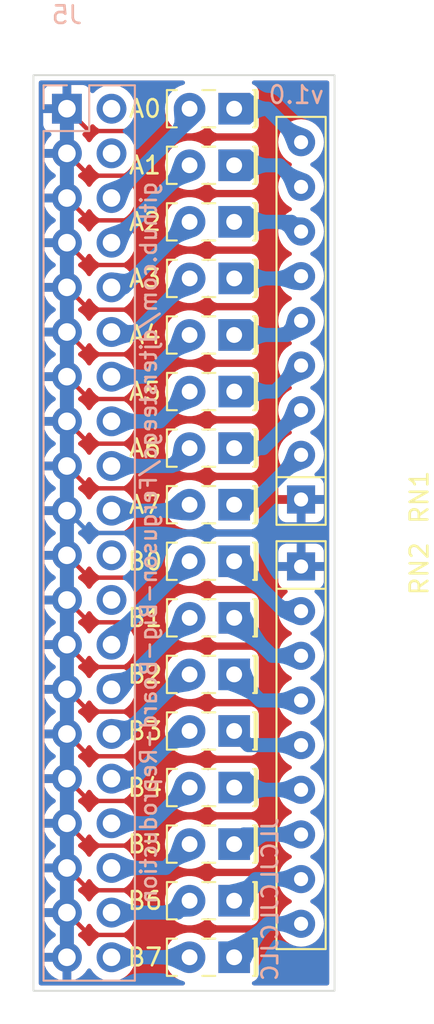
<source format=kicad_pcb>
(kicad_pcb (version 20221018) (generator pcbnew)
  (layers (0 "F.Cu" signal) (31 "B.Cu" signal) (34 "B.Paste" user) (35 "F.Paste" user) (36 "B.SilkS" user "B.Silkscreen") (37 "F.SilkS" user "F.Silkscreen") (38 "B.Mask" user) (39 "F.Mask" user) (44 "Edge.Cuts" user))
  (net 0 "")
  (net 1 "GND")
  (net 2 "Net-(A0-A)")
  (net 3 "Net-(A0-K)")
  (net 4 "Net-(A1-A)")
  (net 5 "Net-(A1-K)")
  (net 6 "Net-(A2-A)")
  (net 7 "Net-(A2-K)")
  (net 8 "Net-(A3-A)")
  (net 9 "Net-(A3-K)")
  (net 10 "Net-(A4-A)")
  (net 11 "Net-(A4-K)")
  (net 12 "Net-(A5-A)")
  (net 13 "Net-(A5-K)")
  (net 14 "Net-(A6-A)")
  (net 15 "Net-(A6-K)")
  (net 16 "Net-(A7-A)")
  (net 17 "Net-(A7-K)")
  (net 18 "Net-(B0-A)")
  (net 19 "Net-(B0-K)")
  (net 20 "Net-(B1-A)")
  (net 21 "Net-(B1-K)")
  (net 22 "Net-(B2-A)")
  (net 23 "Net-(B2-K)")
  (net 24 "Net-(B3-A)")
  (net 25 "Net-(B3-K)")
  (net 26 "Net-(B4-A)")
  (net 27 "Net-(B4-K)")
  (net 28 "Net-(B5-A)")
  (net 29 "Net-(B5-K)")
  (net 30 "Net-(B6-A)")
  (net 31 "Net-(B6-K)")
  (net 32 "Net-(B7-A)")
  (net 33 "Net-(B7-K)")
  (footprint "LED_THT:LED_Rectangular_W5.0mm_H2.0mm" (layer "F.Cu") (at 106.05 71.881999 180)
    (fp_text reference "A3" (at 5.085 0 180) (layer "F.SilkS"))
    (fp_text value "LED")
    (fp_line (start -1.29 -1.06) (end -1.29 1.06) (stroke (width 0.12)) (layer "F.SilkS"))
    (fp_line (start -1.29 -1.06) (end -1.08 -1.06) (stroke (width 0.12)) (layer "F.SilkS"))
    (fp_line (start -1.29 1.06) (end -1.08 1.06) (stroke (width 0.12)) (layer "F.SilkS"))
    (fp_line (start -1.17 -1.06) (end -1.17 1.06) (stroke (width 0.12)) (layer "F.SilkS"))
    (fp_line (start 1.08 -1.06) (end 1.811 -1.06) (stroke (width 0.12)) (layer "F.SilkS"))
    (fp_line (start 1.08 1.06) (end 1.811 1.06) (stroke (width 0.12)) (layer "F.SilkS"))
    (fp_line (start 3.27 -1.06) (end 3.83 -1.06) (stroke (width 0.12)) (layer "F.SilkS"))
    (fp_line (start 3.27 1.06) (end 3.83 1.06) (stroke (width 0.12)) (layer "F.SilkS"))
    (fp_line (start 3.83 -1.06) (end 3.83 1.06) (stroke (width 0.12)) (layer "F.SilkS"))
    (pad "1" thru_hole rect (at 0 0 180) (size 1.8 1.8) (drill 0.9) (layers "*.Cu" "*.Mask") (net 9 "Net-(A3-K)"))
    (pad "2" thru_hole circle (at 2.54 0 180) (size 1.8 1.8) (drill 0.9) (layers "*.Cu" "*.Mask") (net 8 "Net-(A3-A)"))
  )
  (footprint "LED_THT:LED_Rectangular_W5.0mm_H2.0mm" (layer "F.Cu") (at 106.045 107.272662 180)
    (fp_text reference "B6" (at 5.08 0 180) (layer "F.SilkS"))
    (fp_text value "LED")
    (fp_line (start -1.29 -1.06) (end -1.29 1.06) (stroke (width 0.12)) (layer "F.SilkS"))
    (fp_line (start -1.29 -1.06) (end -1.08 -1.06) (stroke (width 0.12)) (layer "F.SilkS"))
    (fp_line (start -1.29 1.06) (end -1.08 1.06) (stroke (width 0.12)) (layer "F.SilkS"))
    (fp_line (start -1.17 -1.06) (end -1.17 1.06) (stroke (width 0.12)) (layer "F.SilkS"))
    (fp_line (start 1.08 -1.06) (end 1.811 -1.06) (stroke (width 0.12)) (layer "F.SilkS"))
    (fp_line (start 1.08 1.06) (end 1.811 1.06) (stroke (width 0.12)) (layer "F.SilkS"))
    (fp_line (start 3.27 -1.06) (end 3.83 -1.06) (stroke (width 0.12)) (layer "F.SilkS"))
    (fp_line (start 3.27 1.06) (end 3.83 1.06) (stroke (width 0.12)) (layer "F.SilkS"))
    (fp_line (start 3.83 -1.06) (end 3.83 1.06) (stroke (width 0.12)) (layer "F.SilkS"))
    (pad "1" thru_hole rect (at 0 0 180) (size 1.8 1.8) (drill 0.9) (layers "*.Cu" "*.Mask") (net 31 "Net-(B6-K)"))
    (pad "2" thru_hole circle (at 2.54 0 180) (size 1.8 1.8) (drill 0.9) (layers "*.Cu" "*.Mask") (net 30 "Net-(B6-A)"))
  )
  (footprint "LED_THT:LED_Rectangular_W5.0mm_H2.0mm" (layer "F.Cu") (at 106.045 75.099332 180)
    (fp_text reference "A4" (at 5.08 0 180) (layer "F.SilkS"))
    (fp_text value "LED")
    (fp_line (start -1.29 -1.06) (end -1.29 1.06) (stroke (width 0.12)) (layer "F.SilkS"))
    (fp_line (start -1.29 -1.06) (end -1.08 -1.06) (stroke (width 0.12)) (layer "F.SilkS"))
    (fp_line (start -1.29 1.06) (end -1.08 1.06) (stroke (width 0.12)) (layer "F.SilkS"))
    (fp_line (start -1.17 -1.06) (end -1.17 1.06) (stroke (width 0.12)) (layer "F.SilkS"))
    (fp_line (start 1.08 -1.06) (end 1.811 -1.06) (stroke (width 0.12)) (layer "F.SilkS"))
    (fp_line (start 1.08 1.06) (end 1.811 1.06) (stroke (width 0.12)) (layer "F.SilkS"))
    (fp_line (start 3.27 -1.06) (end 3.83 -1.06) (stroke (width 0.12)) (layer "F.SilkS"))
    (fp_line (start 3.27 1.06) (end 3.83 1.06) (stroke (width 0.12)) (layer "F.SilkS"))
    (fp_line (start 3.83 -1.06) (end 3.83 1.06) (stroke (width 0.12)) (layer "F.SilkS"))
    (pad "1" thru_hole rect (at 0 0 180) (size 1.8 1.8) (drill 0.9) (layers "*.Cu" "*.Mask") (net 11 "Net-(A4-K)"))
    (pad "2" thru_hole circle (at 2.54 0 180) (size 1.8 1.8) (drill 0.9) (layers "*.Cu" "*.Mask") (net 10 "Net-(A4-A)"))
  )
  (footprint "LED_THT:LED_Rectangular_W5.0mm_H2.0mm" (layer "F.Cu") (at 106.045 81.533998 180)
    (fp_text reference "A6" (at 5.08 0 180) (layer "F.SilkS"))
    (fp_text value "LED")
    (fp_line (start -1.29 -1.06) (end -1.29 1.06) (stroke (width 0.12)) (layer "F.SilkS"))
    (fp_line (start -1.29 -1.06) (end -1.08 -1.06) (stroke (width 0.12)) (layer "F.SilkS"))
    (fp_line (start -1.29 1.06) (end -1.08 1.06) (stroke (width 0.12)) (layer "F.SilkS"))
    (fp_line (start -1.17 -1.06) (end -1.17 1.06) (stroke (width 0.12)) (layer "F.SilkS"))
    (fp_line (start 1.08 -1.06) (end 1.811 -1.06) (stroke (width 0.12)) (layer "F.SilkS"))
    (fp_line (start 1.08 1.06) (end 1.811 1.06) (stroke (width 0.12)) (layer "F.SilkS"))
    (fp_line (start 3.27 -1.06) (end 3.83 -1.06) (stroke (width 0.12)) (layer "F.SilkS"))
    (fp_line (start 3.27 1.06) (end 3.83 1.06) (stroke (width 0.12)) (layer "F.SilkS"))
    (fp_line (start 3.83 -1.06) (end 3.83 1.06) (stroke (width 0.12)) (layer "F.SilkS"))
    (pad "1" thru_hole rect (at 0 0 180) (size 1.8 1.8) (drill 0.9) (layers "*.Cu" "*.Mask") (net 15 "Net-(A6-K)"))
    (pad "2" thru_hole circle (at 2.54 0 180) (size 1.8 1.8) (drill 0.9) (layers "*.Cu" "*.Mask") (net 14 "Net-(A6-A)"))
  )
  (footprint "LED_THT:LED_Rectangular_W5.0mm_H2.0mm" (layer "F.Cu") (at 106.045 97.620663 180)
    (fp_text reference "B3" (at 5.08 0 180) (layer "F.SilkS"))
    (fp_text value "LED")
    (fp_line (start -1.29 -1.06) (end -1.29 1.06) (stroke (width 0.12)) (layer "F.SilkS"))
    (fp_line (start -1.29 -1.06) (end -1.08 -1.06) (stroke (width 0.12)) (layer "F.SilkS"))
    (fp_line (start -1.29 1.06) (end -1.08 1.06) (stroke (width 0.12)) (layer "F.SilkS"))
    (fp_line (start -1.17 -1.06) (end -1.17 1.06) (stroke (width 0.12)) (layer "F.SilkS"))
    (fp_line (start 1.08 -1.06) (end 1.811 -1.06) (stroke (width 0.12)) (layer "F.SilkS"))
    (fp_line (start 1.08 1.06) (end 1.811 1.06) (stroke (width 0.12)) (layer "F.SilkS"))
    (fp_line (start 3.27 -1.06) (end 3.83 -1.06) (stroke (width 0.12)) (layer "F.SilkS"))
    (fp_line (start 3.27 1.06) (end 3.83 1.06) (stroke (width 0.12)) (layer "F.SilkS"))
    (fp_line (start 3.83 -1.06) (end 3.83 1.06) (stroke (width 0.12)) (layer "F.SilkS"))
    (pad "1" thru_hole rect (at 0 0 180) (size 1.8 1.8) (drill 0.9) (layers "*.Cu" "*.Mask") (net 25 "Net-(B3-K)"))
    (pad "2" thru_hole circle (at 2.54 0 180) (size 1.8 1.8) (drill 0.9) (layers "*.Cu" "*.Mask") (net 24 "Net-(B3-A)"))
  )
  (footprint "LED_THT:LED_Rectangular_W5.0mm_H2.0mm" (layer "F.Cu") (at 106.05 78.316665 180)
    (fp_text reference "A5" (at 5.085 0 180) (layer "F.SilkS"))
    (fp_text value "LED")
    (fp_line (start -1.29 -1.06) (end -1.29 1.06) (stroke (width 0.12)) (layer "F.SilkS"))
    (fp_line (start -1.29 -1.06) (end -1.08 -1.06) (stroke (width 0.12)) (layer "F.SilkS"))
    (fp_line (start -1.29 1.06) (end -1.08 1.06) (stroke (width 0.12)) (layer "F.SilkS"))
    (fp_line (start -1.17 -1.06) (end -1.17 1.06) (stroke (width 0.12)) (layer "F.SilkS"))
    (fp_line (start 1.08 -1.06) (end 1.811 -1.06) (stroke (width 0.12)) (layer "F.SilkS"))
    (fp_line (start 1.08 1.06) (end 1.811 1.06) (stroke (width 0.12)) (layer "F.SilkS"))
    (fp_line (start 3.27 -1.06) (end 3.83 -1.06) (stroke (width 0.12)) (layer "F.SilkS"))
    (fp_line (start 3.27 1.06) (end 3.83 1.06) (stroke (width 0.12)) (layer "F.SilkS"))
    (fp_line (start 3.83 -1.06) (end 3.83 1.06) (stroke (width 0.12)) (layer "F.SilkS"))
    (pad "1" thru_hole rect (at 0 0 180) (size 1.8 1.8) (drill 0.9) (layers "*.Cu" "*.Mask") (net 13 "Net-(A5-K)"))
    (pad "2" thru_hole circle (at 2.54 0 180) (size 1.8 1.8) (drill 0.9) (layers "*.Cu" "*.Mask") (net 12 "Net-(A5-A)"))
  )
  (footprint "LED_THT:LED_Rectangular_W5.0mm_H2.0mm" (layer "F.Cu") (at 106.045 65.447333 180)
    (fp_text reference "A1" (at 5.08 0 180) (layer "F.SilkS"))
    (fp_text value "LED")
    (fp_line (start -1.29 -1.06) (end -1.29 1.06) (stroke (width 0.12)) (layer "F.SilkS"))
    (fp_line (start -1.29 -1.06) (end -1.08 -1.06) (stroke (width 0.12)) (layer "F.SilkS"))
    (fp_line (start -1.29 1.06) (end -1.08 1.06) (stroke (width 0.12)) (layer "F.SilkS"))
    (fp_line (start -1.17 -1.06) (end -1.17 1.06) (stroke (width 0.12)) (layer "F.SilkS"))
    (fp_line (start 1.08 -1.06) (end 1.811 -1.06) (stroke (width 0.12)) (layer "F.SilkS"))
    (fp_line (start 1.08 1.06) (end 1.811 1.06) (stroke (width 0.12)) (layer "F.SilkS"))
    (fp_line (start 3.27 -1.06) (end 3.83 -1.06) (stroke (width 0.12)) (layer "F.SilkS"))
    (fp_line (start 3.27 1.06) (end 3.83 1.06) (stroke (width 0.12)) (layer "F.SilkS"))
    (fp_line (start 3.83 -1.06) (end 3.83 1.06) (stroke (width 0.12)) (layer "F.SilkS"))
    (pad "1" thru_hole rect (at 0 0 180) (size 1.8 1.8) (drill 0.9) (layers "*.Cu" "*.Mask") (net 5 "Net-(A1-K)"))
    (pad "2" thru_hole circle (at 2.54 0 180) (size 1.8 1.8) (drill 0.9) (layers "*.Cu" "*.Mask") (net 4 "Net-(A1-A)"))
  )
  (footprint "LED_THT:LED_Rectangular_W5.0mm_H2.0mm" (layer "F.Cu") (at 106.045 110.49 180)
    (fp_text reference "B7" (at 5.085 0 180) (layer "F.SilkS"))
    (fp_text value "LED")
    (fp_line (start -1.29 -1.06) (end -1.29 1.06) (stroke (width 0.12)) (layer "F.SilkS"))
    (fp_line (start -1.29 -1.06) (end -1.08 -1.06) (stroke (width 0.12)) (layer "F.SilkS"))
    (fp_line (start -1.29 1.06) (end -1.08 1.06) (stroke (width 0.12)) (layer "F.SilkS"))
    (fp_line (start -1.17 -1.06) (end -1.17 1.06) (stroke (width 0.12)) (layer "F.SilkS"))
    (fp_line (start 1.08 -1.06) (end 1.811 -1.06) (stroke (width 0.12)) (layer "F.SilkS"))
    (fp_line (start 1.08 1.06) (end 1.811 1.06) (stroke (width 0.12)) (layer "F.SilkS"))
    (fp_line (start 3.27 -1.06) (end 3.83 -1.06) (stroke (width 0.12)) (layer "F.SilkS"))
    (fp_line (start 3.27 1.06) (end 3.83 1.06) (stroke (width 0.12)) (layer "F.SilkS"))
    (fp_line (start 3.83 -1.06) (end 3.83 1.06) (stroke (width 0.12)) (layer "F.SilkS"))
    (pad "1" thru_hole rect (at 0 0 180) (size 1.8 1.8) (drill 0.9) (layers "*.Cu" "*.Mask") (net 33 "Net-(B7-K)"))
    (pad "2" thru_hole circle (at 2.54 0 180) (size 1.8 1.8) (drill 0.9) (layers "*.Cu" "*.Mask") (net 32 "Net-(B7-A)"))
  )
  (footprint "Resistor_THT:R_Array_SIP9" (layer "F.Cu") (at 109.855 88.265 -90)
    (fp_text reference "RN2" (at 0.127 -6.731 90) (layer "F.SilkS"))
    (fp_text value "470R")
    (fp_line (start -1.44 -1.4) (end -1.44 1.4) (stroke (width 0.12)) (layer "F.SilkS"))
    (fp_line (start -1.44 1.4) (end 21.76 1.4) (stroke (width 0.12)) (layer "F.SilkS"))
    (fp_line (start 1.27 -1.4) (end 1.27 1.4) (stroke (width 0.12)) (layer "F.SilkS"))
    (fp_line (start 21.76 -1.4) (end -1.44 -1.4) (stroke (width 0.12)) (layer "F.SilkS"))
    (fp_line (start 21.76 1.4) (end 21.76 -1.4) (stroke (width 0.12)) (layer "F.SilkS"))
    (pad "1" thru_hole rect (at 0 0 270) (size 1.6 1.6) (drill 0.8) (layers "*.Cu" "*.Mask") (net 1 "GND"))
    (pad "2" thru_hole oval (at 2.54 0 270) (size 1.6 1.6) (drill 0.8) (layers "*.Cu" "*.Mask") (net 19 "Net-(B0-K)"))
    (pad "3" thru_hole oval (at 5.08 0 270) (size 1.6 1.6) (drill 0.8) (layers "*.Cu" "*.Mask") (net 21 "Net-(B1-K)"))
    (pad "4" thru_hole oval (at 7.62 0 270) (size 1.6 1.6) (drill 0.8) (layers "*.Cu" "*.Mask") (net 23 "Net-(B2-K)"))
    (pad "5" thru_hole oval (at 10.16 0 270) (size 1.6 1.6) (drill 0.8) (layers "*.Cu" "*.Mask") (net 25 "Net-(B3-K)"))
    (pad "6" thru_hole oval (at 12.7 0 270) (size 1.6 1.6) (drill 0.8) (layers "*.Cu" "*.Mask") (net 27 "Net-(B4-K)"))
    (pad "7" thru_hole oval (at 15.24 0 270) (size 1.6 1.6) (drill 0.8) (layers "*.Cu" "*.Mask") (net 29 "Net-(B5-K)"))
    (pad "8" thru_hole oval (at 17.78 0 270) (size 1.6 1.6) (drill 0.8) (layers "*.Cu" "*.Mask") (net 31 "Net-(B6-K)"))
    (pad "9" thru_hole oval (at 20.32 0 270) (size 1.6 1.6) (drill 0.8) (layers "*.Cu" "*.Mask") (net 33 "Net-(B7-K)"))
  )
  (footprint "LED_THT:LED_Rectangular_W5.0mm_H2.0mm" (layer "F.Cu") (at 106.05 91.185997 180)
    (fp_text reference "B1" (at 5.085 0 180) (layer "F.SilkS"))
    (fp_text value "LED")
    (fp_line (start -1.29 -1.06) (end -1.29 1.06) (stroke (width 0.12)) (layer "F.SilkS"))
    (fp_line (start -1.29 -1.06) (end -1.08 -1.06) (stroke (width 0.12)) (layer "F.SilkS"))
    (fp_line (start -1.29 1.06) (end -1.08 1.06) (stroke (width 0.12)) (layer "F.SilkS"))
    (fp_line (start -1.17 -1.06) (end -1.17 1.06) (stroke (width 0.12)) (layer "F.SilkS"))
    (fp_line (start 1.08 -1.06) (end 1.811 -1.06) (stroke (width 0.12)) (layer "F.SilkS"))
    (fp_line (start 1.08 1.06) (end 1.811 1.06) (stroke (width 0.12)) (layer "F.SilkS"))
    (fp_line (start 3.27 -1.06) (end 3.83 -1.06) (stroke (width 0.12)) (layer "F.SilkS"))
    (fp_line (start 3.27 1.06) (end 3.83 1.06) (stroke (width 0.12)) (layer "F.SilkS"))
    (fp_line (start 3.83 -1.06) (end 3.83 1.06) (stroke (width 0.12)) (layer "F.SilkS"))
    (pad "1" thru_hole rect (at 0 0 180) (size 1.8 1.8) (drill 0.9) (layers "*.Cu" "*.Mask") (net 21 "Net-(B1-K)"))
    (pad "2" thru_hole circle (at 2.54 0 180) (size 1.8 1.8) (drill 0.9) (layers "*.Cu" "*.Mask") (net 20 "Net-(B1-A)"))
  )
  (footprint "LED_THT:LED_Rectangular_W5.0mm_H2.0mm" (layer "F.Cu") (at 106.05 100.837996 180)
    (fp_text reference "B4" (at 5.085 0 180) (layer "F.SilkS"))
    (fp_text value "LED")
    (fp_line (start -1.29 -1.06) (end -1.29 1.06) (stroke (width 0.12)) (layer "F.SilkS"))
    (fp_line (start -1.29 -1.06) (end -1.08 -1.06) (stroke (width 0.12)) (layer "F.SilkS"))
    (fp_line (start -1.29 1.06) (end -1.08 1.06) (stroke (width 0.12)) (layer "F.SilkS"))
    (fp_line (start -1.17 -1.06) (end -1.17 1.06) (stroke (width 0.12)) (layer "F.SilkS"))
    (fp_line (start 1.08 -1.06) (end 1.811 -1.06) (stroke (width 0.12)) (layer "F.SilkS"))
    (fp_line (start 1.08 1.06) (end 1.811 1.06) (stroke (width 0.12)) (layer "F.SilkS"))
    (fp_line (start 3.27 -1.06) (end 3.83 -1.06) (stroke (width 0.12)) (layer "F.SilkS"))
    (fp_line (start 3.27 1.06) (end 3.83 1.06) (stroke (width 0.12)) (layer "F.SilkS"))
    (fp_line (start 3.83 -1.06) (end 3.83 1.06) (stroke (width 0.12)) (layer "F.SilkS"))
    (pad "1" thru_hole rect (at 0 0 180) (size 1.8 1.8) (drill 0.9) (layers "*.Cu" "*.Mask") (net 27 "Net-(B4-K)"))
    (pad "2" thru_hole circle (at 2.54 0 180) (size 1.8 1.8) (drill 0.9) (layers "*.Cu" "*.Mask") (net 26 "Net-(B4-A)"))
  )
  (footprint "LED_THT:LED_Rectangular_W5.0mm_H2.0mm" (layer "F.Cu") (at 106.045 62.23 180)
    (fp_text reference "A0" (at 5.08 0 180) (layer "F.SilkS"))
    (fp_text value "LED")
    (fp_line (start -1.29 -1.06) (end -1.29 1.06) (stroke (width 0.12)) (layer "F.SilkS"))
    (fp_line (start -1.29 -1.06) (end -1.08 -1.06) (stroke (width 0.12)) (layer "F.SilkS"))
    (fp_line (start -1.29 1.06) (end -1.08 1.06) (stroke (width 0.12)) (layer "F.SilkS"))
    (fp_line (start -1.17 -1.06) (end -1.17 1.06) (stroke (width 0.12)) (layer "F.SilkS"))
    (fp_line (start 1.08 -1.06) (end 1.811 -1.06) (stroke (width 0.12)) (layer "F.SilkS"))
    (fp_line (start 1.08 1.06) (end 1.811 1.06) (stroke (width 0.12)) (layer "F.SilkS"))
    (fp_line (start 3.27 -1.06) (end 3.83 -1.06) (stroke (width 0.12)) (layer "F.SilkS"))
    (fp_line (start 3.27 1.06) (end 3.83 1.06) (stroke (width 0.12)) (layer "F.SilkS"))
    (fp_line (start 3.83 -1.06) (end 3.83 1.06) (stroke (width 0.12)) (layer "F.SilkS"))
    (pad "1" thru_hole rect (at 0 0 180) (size 1.8 1.8) (drill 0.9) (layers "*.Cu" "*.Mask") (net 3 "Net-(A0-K)"))
    (pad "2" thru_hole circle (at 2.54 0 180) (size 1.8 1.8) (drill 0.9) (layers "*.Cu" "*.Mask") (net 2 "Net-(A0-A)"))
  )
  (footprint "Resistor_THT:R_Array_SIP9" (layer "F.Cu") (at 109.855 84.455 90)
    (fp_text reference "RN1" (at 0.127 6.731 90) (layer "F.SilkS"))
    (fp_text value "470R")
    (fp_line (start -1.44 -1.4) (end -1.44 1.4) (stroke (width 0.12)) (layer "F.SilkS"))
    (fp_line (start -1.44 1.4) (end 21.76 1.4) (stroke (width 0.12)) (layer "F.SilkS"))
    (fp_line (start 1.27 -1.4) (end 1.27 1.4) (stroke (width 0.12)) (layer "F.SilkS"))
    (fp_line (start 21.76 -1.4) (end -1.44 -1.4) (stroke (width 0.12)) (layer "F.SilkS"))
    (fp_line (start 21.76 1.4) (end 21.76 -1.4) (stroke (width 0.12)) (layer "F.SilkS"))
    (pad "1" thru_hole rect (at 0 0 90) (size 1.6 1.6) (drill 0.8) (layers "*.Cu" "*.Mask") (net 1 "GND"))
    (pad "2" thru_hole oval (at 2.54 0 90) (size 1.6 1.6) (drill 0.8) (layers "*.Cu" "*.Mask") (net 17 "Net-(A7-K)"))
    (pad "3" thru_hole oval (at 5.08 0 90) (size 1.6 1.6) (drill 0.8) (layers "*.Cu" "*.Mask") (net 15 "Net-(A6-K)"))
    (pad "4" thru_hole oval (at 7.62 0 90) (size 1.6 1.6) (drill 0.8) (layers "*.Cu" "*.Mask") (net 13 "Net-(A5-K)"))
    (pad "5" thru_hole oval (at 10.16 0 90) (size 1.6 1.6) (drill 0.8) (layers "*.Cu" "*.Mask") (net 11 "Net-(A4-K)"))
    (pad "6" thru_hole oval (at 12.7 0 90) (size 1.6 1.6) (drill 0.8) (layers "*.Cu" "*.Mask") (net 9 "Net-(A3-K)"))
    (pad "7" thru_hole oval (at 15.24 0 90) (size 1.6 1.6) (drill 0.8) (layers "*.Cu" "*.Mask") (net 7 "Net-(A2-K)"))
    (pad "8" thru_hole oval (at 17.78 0 90) (size 1.6 1.6) (drill 0.8) (layers "*.Cu" "*.Mask") (net 5 "Net-(A1-K)"))
    (pad "9" thru_hole oval (at 20.32 0 90) (size 1.6 1.6) (drill 0.8) (layers "*.Cu" "*.Mask") (net 3 "Net-(A0-K)"))
  )
  (footprint "LED_THT:LED_Rectangular_W5.0mm_H2.0mm" (layer "F.Cu") (at 106.045 84.751331 180)
    (fp_text reference "A7" (at 5.08 0 180) (layer "F.SilkS"))
    (fp_text value "LED")
    (fp_line (start -1.29 -1.06) (end -1.29 1.06) (stroke (width 0.12)) (layer "F.SilkS"))
    (fp_line (start -1.29 -1.06) (end -1.08 -1.06) (stroke (width 0.12)) (layer "F.SilkS"))
    (fp_line (start -1.29 1.06) (end -1.08 1.06) (stroke (width 0.12)) (layer "F.SilkS"))
    (fp_line (start -1.17 -1.06) (end -1.17 1.06) (stroke (width 0.12)) (layer "F.SilkS"))
    (fp_line (start 1.08 -1.06) (end 1.811 -1.06) (stroke (width 0.12)) (layer "F.SilkS"))
    (fp_line (start 1.08 1.06) (end 1.811 1.06) (stroke (width 0.12)) (layer "F.SilkS"))
    (fp_line (start 3.27 -1.06) (end 3.83 -1.06) (stroke (width 0.12)) (layer "F.SilkS"))
    (fp_line (start 3.27 1.06) (end 3.83 1.06) (stroke (width 0.12)) (layer "F.SilkS"))
    (fp_line (start 3.83 -1.06) (end 3.83 1.06) (stroke (width 0.12)) (layer "F.SilkS"))
    (pad "1" thru_hole rect (at 0 0 180) (size 1.8 1.8) (drill 0.9) (layers "*.Cu" "*.Mask") (net 17 "Net-(A7-K)"))
    (pad "2" thru_hole circle (at 2.54 0 180) (size 1.8 1.8) (drill 0.9) (layers "*.Cu" "*.Mask") (net 16 "Net-(A7-A)"))
  )
  (footprint "LED_THT:LED_Rectangular_W5.0mm_H2.0mm" (layer "F.Cu") (at 106.045 104.055329 180)
    (fp_text reference "B5" (at 5.08 0 180) (layer "F.SilkS"))
    (fp_text value "LED")
    (fp_line (start -1.29 -1.06) (end -1.29 1.06) (stroke (width 0.12)) (layer "F.SilkS"))
    (fp_line (start -1.29 -1.06) (end -1.08 -1.06) (stroke (width 0.12)) (layer "F.SilkS"))
    (fp_line (start -1.29 1.06) (end -1.08 1.06) (stroke (width 0.12)) (layer "F.SilkS"))
    (fp_line (start -1.17 -1.06) (end -1.17 1.06) (stroke (width 0.12)) (layer "F.SilkS"))
    (fp_line (start 1.08 -1.06) (end 1.811 -1.06) (stroke (width 0.12)) (layer "F.SilkS"))
    (fp_line (start 1.08 1.06) (end 1.811 1.06) (stroke (width 0.12)) (layer "F.SilkS"))
    (fp_line (start 3.27 -1.06) (end 3.83 -1.06) (stroke (width 0.12)) (layer "F.SilkS"))
    (fp_line (start 3.27 1.06) (end 3.83 1.06) (stroke (width 0.12)) (layer "F.SilkS"))
    (fp_line (start 3.83 -1.06) (end 3.83 1.06) (stroke (width 0.12)) (layer "F.SilkS"))
    (pad "1" thru_hole rect (at 0 0 180) (size 1.8 1.8) (drill 0.9) (layers "*.Cu" "*.Mask") (net 29 "Net-(B5-K)"))
    (pad "2" thru_hole circle (at 2.54 0 180) (size 1.8 1.8) (drill 0.9) (layers "*.Cu" "*.Mask") (net 28 "Net-(B5-A)"))
  )
  (footprint "LED_THT:LED_Rectangular_W5.0mm_H2.0mm" (layer "F.Cu") (at 106.045 87.968664 180)
    (fp_text reference "B0" (at 5.08 0 180) (layer "F.SilkS"))
    (fp_text value "LED")
    (fp_line (start -1.29 -1.06) (end -1.29 1.06) (stroke (width 0.12)) (layer "F.SilkS"))
    (fp_line (start -1.29 -1.06) (end -1.08 -1.06) (stroke (width 0.12)) (layer "F.SilkS"))
    (fp_line (start -1.29 1.06) (end -1.08 1.06) (stroke (width 0.12)) (layer "F.SilkS"))
    (fp_line (start -1.17 -1.06) (end -1.17 1.06) (stroke (width 0.12)) (layer "F.SilkS"))
    (fp_line (start 1.08 -1.06) (end 1.811 -1.06) (stroke (width 0.12)) (layer "F.SilkS"))
    (fp_line (start 1.08 1.06) (end 1.811 1.06) (stroke (width 0.12)) (layer "F.SilkS"))
    (fp_line (start 3.27 -1.06) (end 3.83 -1.06) (stroke (width 0.12)) (layer "F.SilkS"))
    (fp_line (start 3.27 1.06) (end 3.83 1.06) (stroke (width 0.12)) (layer "F.SilkS"))
    (fp_line (start 3.83 -1.06) (end 3.83 1.06) (stroke (width 0.12)) (layer "F.SilkS"))
    (pad "1" thru_hole rect (at 0 0 180) (size 1.8 1.8) (drill 0.9) (layers "*.Cu" "*.Mask") (net 19 "Net-(B0-K)"))
    (pad "2" thru_hole circle (at 2.54 0 180) (size 1.8 1.8) (drill 0.9) (layers "*.Cu" "*.Mask") (net 18 "Net-(B0-A)"))
  )
  (footprint "LED_THT:LED_Rectangular_W5.0mm_H2.0mm" (layer "F.Cu") (at 106.045 94.40333 180)
    (fp_text reference "B2" (at 5.08 0 180) (layer "F.SilkS"))
    (fp_text value "LED")
    (fp_line (start -1.29 -1.06) (end -1.29 1.06) (stroke (width 0.12)) (layer "F.SilkS"))
    (fp_line (start -1.29 -1.06) (end -1.08 -1.06) (stroke (width 0.12)) (layer "F.SilkS"))
    (fp_line (start -1.29 1.06) (end -1.08 1.06) (stroke (width 0.12)) (layer "F.SilkS"))
    (fp_line (start -1.17 -1.06) (end -1.17 1.06) (stroke (width 0.12)) (layer "F.SilkS"))
    (fp_line (start 1.08 -1.06) (end 1.811 -1.06) (stroke (width 0.12)) (layer "F.SilkS"))
    (fp_line (start 1.08 1.06) (end 1.811 1.06) (stroke (width 0.12)) (layer "F.SilkS"))
    (fp_line (start 3.27 -1.06) (end 3.83 -1.06) (stroke (width 0.12)) (layer "F.SilkS"))
    (fp_line (start 3.27 1.06) (end 3.83 1.06) (stroke (width 0.12)) (layer "F.SilkS"))
    (fp_line (start 3.83 -1.06) (end 3.83 1.06) (stroke (width 0.12)) (layer "F.SilkS"))
    (pad "1" thru_hole rect (at 0 0 180) (size 1.8 1.8) (drill 0.9) (layers "*.Cu" "*.Mask") (net 23 "Net-(B2-K)"))
    (pad "2" thru_hole circle (at 2.54 0 180) (size 1.8 1.8) (drill 0.9) (layers "*.Cu" "*.Mask") (net 22 "Net-(B2-A)"))
  )
  (footprint "LED_THT:LED_Rectangular_W5.0mm_H2.0mm" (layer "F.Cu") (at 106.045 68.664666 180)
    (fp_text reference "A2" (at 5.08 0 180) (layer "F.SilkS"))
    (fp_text value "LED")
    (fp_line (start -1.29 -1.06) (end -1.29 1.06) (stroke (width 0.12)) (layer "F.SilkS"))
    (fp_line (start -1.29 -1.06) (end -1.08 -1.06) (stroke (width 0.12)) (layer "F.SilkS"))
    (fp_line (start -1.29 1.06) (end -1.08 1.06) (stroke (width 0.12)) (layer "F.SilkS"))
    (fp_line (start -1.17 -1.06) (end -1.17 1.06) (stroke (width 0.12)) (layer "F.SilkS"))
    (fp_line (start 1.08 -1.06) (end 1.811 -1.06) (stroke (width 0.12)) (layer "F.SilkS"))
    (fp_line (start 1.08 1.06) (end 1.811 1.06) (stroke (width 0.12)) (layer "F.SilkS"))
    (fp_line (start 3.27 -1.06) (end 3.83 -1.06) (stroke (width 0.12)) (layer "F.SilkS"))
    (fp_line (start 3.27 1.06) (end 3.83 1.06) (stroke (width 0.12)) (layer "F.SilkS"))
    (fp_line (start 3.83 -1.06) (end 3.83 1.06) (stroke (width 0.12)) (layer "F.SilkS"))
    (pad "1" thru_hole rect (at 0 0 180) (size 1.8 1.8) (drill 0.9) (layers "*.Cu" "*.Mask") (net 7 "Net-(A2-K)"))
    (pad "2" thru_hole circle (at 2.54 0 180) (size 1.8 1.8) (drill 0.9) (layers "*.Cu" "*.Mask") (net 6 "Net-(A2-A)"))
  )
  (footprint "Connector_PinSocket_2.54mm:PinSocket_2x20_P2.54mm_Vertical" (layer "B.Cu") (at 96.52 62.23 180)
    (fp_text reference "J5" (at 0 5.334) (layer "B.SilkS") (effects (justify mirror)))
    (fp_text value "PIO Port")
    (fp_line (start -3.87 -49.59) (end 1.33 -49.59) (stroke (width 0.12)) (layer "B.SilkS"))
    (fp_line (start -3.87 1.33) (end -3.87 -49.59) (stroke (width 0.12)) (layer "B.SilkS"))
    (fp_line (start -3.87 1.33) (end -1.27 1.33) (stroke (width 0.12)) (layer "B.SilkS"))
    (fp_line (start -1.27 -1.27) (end 1.33 -1.27) (stroke (width 0.12)) (layer "B.SilkS"))
    (fp_line (start -1.27 1.33) (end -1.27 -1.27) (stroke (width 0.12)) (layer "B.SilkS"))
    (fp_line (start 0 1.33) (end 1.33 1.33) (stroke (width 0.12)) (layer "B.SilkS"))
    (fp_line (start 1.33 -1.27) (end 1.33 -49.59) (stroke (width 0.12)) (layer "B.SilkS"))
    (fp_line (start 1.33 1.33) (end 1.33 0) (stroke (width 0.12)) (layer "B.SilkS"))
    (pad "1" thru_hole rect (at 0 0 180) (size 1.7 1.7) (drill 1) (layers "*.Cu" "*.Mask") (net 1 "GND"))
    (pad "2" thru_hole oval (at -2.54 0 180) (size 1.7 1.7) (drill 1) (layers "*.Cu" "*.Mask"))
    (pad "3" thru_hole oval (at 0 -2.54 180) (size 1.7 1.7) (drill 1) (layers "*.Cu" "*.Mask") (net 1 "GND"))
    (pad "4" thru_hole oval (at -2.54 -2.54 180) (size 1.7 1.7) (drill 1) (layers "*.Cu" "*.Mask"))
    (pad "5" thru_hole oval (at 0 -5.08 180) (size 1.7 1.7) (drill 1) (layers "*.Cu" "*.Mask") (net 1 "GND"))
    (pad "6" thru_hole oval (at -2.54 -5.08 180) (size 1.7 1.7) (drill 1) (layers "*.Cu" "*.Mask") (net 2 "Net-(A0-A)"))
    (pad "7" thru_hole oval (at 0 -7.62 180) (size 1.7 1.7) (drill 1) (layers "*.Cu" "*.Mask") (net 1 "GND"))
    (pad "8" thru_hole oval (at -2.54 -7.62 180) (size 1.7 1.7) (drill 1) (layers "*.Cu" "*.Mask") (net 4 "Net-(A1-A)"))
    (pad "9" thru_hole oval (at 0 -10.16 180) (size 1.7 1.7) (drill 1) (layers "*.Cu" "*.Mask") (net 1 "GND"))
    (pad "10" thru_hole oval (at -2.54 -10.16 180) (size 1.7 1.7) (drill 1) (layers "*.Cu" "*.Mask") (net 6 "Net-(A2-A)"))
    (pad "11" thru_hole oval (at 0 -12.7 180) (size 1.7 1.7) (drill 1) (layers "*.Cu" "*.Mask") (net 1 "GND"))
    (pad "12" thru_hole oval (at -2.54 -12.7 180) (size 1.7 1.7) (drill 1) (layers "*.Cu" "*.Mask") (net 8 "Net-(A3-A)"))
    (pad "13" thru_hole oval (at 0 -15.24 180) (size 1.7 1.7) (drill 1) (layers "*.Cu" "*.Mask") (net 1 "GND"))
    (pad "14" thru_hole oval (at -2.54 -15.24 180) (size 1.7 1.7) (drill 1) (layers "*.Cu" "*.Mask") (net 10 "Net-(A4-A)"))
    (pad "15" thru_hole oval (at 0 -17.78 180) (size 1.7 1.7) (drill 1) (layers "*.Cu" "*.Mask") (net 1 "GND"))
    (pad "16" thru_hole oval (at -2.54 -17.78 180) (size 1.7 1.7) (drill 1) (layers "*.Cu" "*.Mask") (net 12 "Net-(A5-A)"))
    (pad "17" thru_hole oval (at 0 -20.32 180) (size 1.7 1.7) (drill 1) (layers "*.Cu" "*.Mask") (net 1 "GND"))
    (pad "18" thru_hole oval (at -2.54 -20.32 180) (size 1.7 1.7) (drill 1) (layers "*.Cu" "*.Mask") (net 14 "Net-(A6-A)"))
    (pad "19" thru_hole oval (at 0 -22.86 180) (size 1.7 1.7) (drill 1) (layers "*.Cu" "*.Mask") (net 1 "GND"))
    (pad "20" thru_hole oval (at -2.54 -22.86 180) (size 1.7 1.7) (drill 1) (layers "*.Cu" "*.Mask") (net 16 "Net-(A7-A)"))
    (pad "21" thru_hole oval (at 0 -25.4 180) (size 1.7 1.7) (drill 1) (layers "*.Cu" "*.Mask") (net 1 "GND"))
    (pad "22" thru_hole oval (at -2.54 -25.4 180) (size 1.7 1.7) (drill 1) (layers "*.Cu" "*.Mask"))
    (pad "23" thru_hole oval (at 0 -27.94 180) (size 1.7 1.7) (drill 1) (layers "*.Cu" "*.Mask") (net 1 "GND"))
    (pad "24" thru_hole oval (at -2.54 -27.94 180) (size 1.7 1.7) (drill 1) (layers "*.Cu" "*.Mask"))
    (pad "25" thru_hole oval (at 0 -30.48 180) (size 1.7 1.7) (drill 1) (layers "*.Cu" "*.Mask") (net 1 "GND"))
    (pad "26" thru_hole oval (at -2.54 -30.48 180) (size 1.7 1.7) (drill 1) (layers "*.Cu" "*.Mask") (net 18 "Net-(B0-A)"))
    (pad "27" thru_hole oval (at 0 -33.02 180) (size 1.7 1.7) (drill 1) (layers "*.Cu" "*.Mask") (net 1 "GND"))
    (pad "28" thru_hole oval (at -2.54 -33.02 180) (size 1.7 1.7) (drill 1) (layers "*.Cu" "*.Mask") (net 20 "Net-(B1-A)"))
    (pad "29" thru_hole oval (at 0 -35.56 180) (size 1.7 1.7) (drill 1) (layers "*.Cu" "*.Mask") (net 1 "GND"))
    (pad "30" thru_hole oval (at -2.54 -35.56 180) (size 1.7 1.7) (drill 1) (layers "*.Cu" "*.Mask") (net 22 "Net-(B2-A)"))
    (pad "31" thru_hole oval (at 0 -38.1 180) (size 1.7 1.7) (drill 1) (layers "*.Cu" "*.Mask") (net 1 "GND"))
    (pad "32" thru_hole oval (at -2.54 -38.1 180) (size 1.7 1.7) (drill 1) (layers "*.Cu" "*.Mask") (net 24 "Net-(B3-A)"))
    (pad "33" thru_hole oval (at 0 -40.64 180) (size 1.7 1.7) (drill 1) (layers "*.Cu" "*.Mask") (net 1 "GND"))
    (pad "34" thru_hole oval (at -2.54 -40.64 180) (size 1.7 1.7) (drill 1) (layers "*.Cu" "*.Mask") (net 26 "Net-(B4-A)"))
    (pad "35" thru_hole oval (at 0 -43.18 180) (size 1.7 1.7) (drill 1) (layers "*.Cu" "*.Mask") (net 1 "GND"))
    (pad "36" thru_hole oval (at -2.54 -43.18 180) (size 1.7 1.7) (drill 1) (layers "*.Cu" "*.Mask") (net 28 "Net-(B5-A)"))
    (pad "37" thru_hole oval (at 0 -45.72 180) (size 1.7 1.7) (drill 1) (layers "*.Cu" "*.Mask") (net 1 "GND"))
    (pad "38" thru_hole oval (at -2.54 -45.72 180) (size 1.7 1.7) (drill 1) (layers "*.Cu" "*.Mask") (net 30 "Net-(B6-A)"))
    (pad "39" thru_hole oval (at 0 -48.26 180) (size 1.7 1.7) (drill 1) (layers "*.Cu" "*.Mask") (net 1 "GND"))
    (pad "40" thru_hole oval (at -2.54 -48.26 180) (size 1.7 1.7) (drill 1) (layers "*.Cu" "*.Mask") (net 32 "Net-(B7-A)"))
  )
  (gr_rect (start 94.615 60.325) (end 111.76 112.395) (stroke (width 0.1)) (fill none) (layer "Edge.Cuts"))
  (gr_text "github.com/djtersteegc/Ferguson-Big-Board-Reproduction" (at 101.7016 66.294 90) (layer "B.SilkS") (effects (font (size 0.9 0.9) (thickness 0.15) bold) (justify left bottom mirror)))
  (gr_text "JLCJLCJLCJLC" (at 108.6104 102.4636 90) (layer "B.SilkS") (effects (font (size 0.9 0.9) (thickness 0.15) bold) (justify left bottom mirror)))
  (gr_text "v1.0" (at 111.252 62.0268) (layer "B.SilkS") (effects (font (size 1 1)) (justify left bottom mirror)))
  (segment (start 96.52 72.39) (end 97.79 73.66) (width 0.25) (layer "F.Cu") (net 1))
  (segment (start 97.79 99.06) (end 100.33 99.06) (width 0.25) (layer "F.Cu") (net 1))
  (segment (start 96.52 82.55) (end 97.79 83.82) (width 0.25) (layer "F.Cu") (net 1))
  (segment (start 96.52 92.71) (end 97.79 93.98) (width 0.25) (layer "F.Cu") (net 1))
  (segment (start 96.52 85.09) (end 97.79 86.36) (width 0.25) (layer "F.Cu") (net 1))
  (segment (start 96.52 74.93) (end 97.79 76.2) (width 0.25) (layer "F.Cu") (net 1))
  (segment (start 97.79 68.58) (end 100.33 68.58) (width 0.25) (layer "F.Cu") (net 1))
  (segment (start 96.52 62.23) (end 97.79 63.5) (width 0.25) (layer "F.Cu") (net 1))
  (segment (start 97.79 66.04) (end 100.33 66.04) (width 0.25) (layer "F.Cu") (net 1))
  (segment (start 96.52 95.25) (end 97.79 96.52) (width 0.25) (layer "F.Cu") (net 1))
  (segment (start 96.52 97.79) (end 97.79 99.06) (width 0.25) (layer "F.Cu") (net 1))
  (segment (start 97.79 83.82) (end 100.33 83.82) (width 0.25) (layer "F.Cu") (net 1))
  (segment (start 97.79 63.5) (end 100.33 63.5) (width 0.25) (layer "F.Cu") (net 1))
  (segment (start 96.52 107.95) (end 97.79 109.22) (width 0.25) (layer "F.Cu") (net 1))
  (segment (start 96.52 105.41) (end 97.79 106.68) (width 0.25) (layer "F.Cu") (net 1))
  (segment (start 96.52 64.77) (end 97.79 66.04) (width 0.25) (layer "F.Cu") (net 1))
  (segment (start 96.52 69.85) (end 97.79 71.12) (width 0.25) (layer "F.Cu") (net 1))
  (segment (start 96.52 77.47) (end 97.79 78.74) (width 0.25) (layer "F.Cu") (net 1))
  (segment (start 97.79 106.68) (end 100.33 106.68) (width 0.25) (layer "F.Cu") (net 1))
  (segment (start 97.79 91.44) (end 100.33 91.44) (width 0.25) (layer "F.Cu") (net 1))
  (segment (start 96.52 80.01) (end 97.79 81.28) (width 0.25) (layer "F.Cu") (net 1))
  (segment (start 97.79 71.12) (end 100.33 71.12) (width 0.25) (layer "F.Cu") (net 1))
  (segment (start 97.79 81.28) (end 100.33 81.28) (width 0.25) (layer "F.Cu") (net 1))
  (segment (start 96.52 90.17) (end 97.79 91.44) (width 0.25) (layer "F.Cu") (net 1))
  (segment (start 96.52 87.63) (end 97.79 88.9) (width 0.25) (layer "F.Cu") (net 1))
  (segment (start 97.79 93.98) (end 100.33 93.98) (width 0.25) (layer "F.Cu") (net 1))
  (segment (start 96.52 102.87) (end 97.79 104.14) (width 0.25) (layer "F.Cu") (net 1))
  (segment (start 97.79 86.36) (end 100.33 86.36) (width 0.25) (layer "F.Cu") (net 1))
  (segment (start 97.79 78.74) (end 100.33 78.74) (width 0.25) (layer "F.Cu") (net 1))
  (segment (start 97.79 101.6) (end 100.33 101.6) (width 0.25) (layer "F.Cu") (net 1))
  (segment (start 97.79 104.14) (end 100.33 104.14) (width 0.25) (layer "F.Cu") (net 1))
  (segment (start 97.79 109.22) (end 100.33 109.22) (width 0.25) (layer "F.Cu") (net 1))
  (segment (start 97.79 96.52) (end 100.33 96.52) (width 0.25) (layer "F.Cu") (net 1))
  (segment (start 96.52 100.33) (end 97.79 101.6) (width 0.25) (layer "F.Cu") (net 1))
  (segment (start 97.79 73.66) (end 100.33 73.66) (width 0.25) (layer "F.Cu") (net 1))
  (segment (start 96.52 67.31) (end 97.79 68.58) (width 0.25) (layer "F.Cu") (net 1))
  (segment (start 97.79 76.2) (end 100.33 76.2) (width 0.25) (layer "F.Cu") (net 1))
  (segment (start 97.79 88.9) (end 100.33 88.9) (width 0.25) (layer "F.Cu") (net 1))
  (segment (start 97.79 86.36) (end 100.584 86.36) (width 0.25) (layer "B.Cu") (net 1))
  (segment (start 96.52 85.09) (end 97.79 86.36) (width 0.25) (layer "B.Cu") (net 1))
  (segment (start 96.52 62.23) (end 96.52 110.49) (width 0.8) (layer "B.Cu") (net 1))
  (segment (start 99.06 67.31) (end 103.505 62.865) (width 0.8) (layer "B.Cu") (net 2))
  (segment (start 103.505 62.865) (end 103.505 62.23) (width 0.8) (layer "B.Cu") (net 2))
  (segment (start 106.045 62.23) (end 107.95 62.23) (width 0.8) (layer "B.Cu") (net 3))
  (segment (start 107.95 62.23) (end 109.855 64.135) (width 0.8) (layer "B.Cu") (net 3))
  (segment (start 99.06 69.85) (end 99.102333 69.85) (width 0.8) (layer "B.Cu") (net 4))
  (segment (start 99.102333 69.85) (end 103.505 65.447333) (width 0.8) (layer "B.Cu") (net 4))
  (segment (start 106.045 65.447333) (end 108.627333 65.447333) (width 0.8) (layer "B.Cu") (net 5))
  (segment (start 108.627333 65.447333) (end 109.855 66.675) (width 0.8) (layer "B.Cu") (net 5))
  (segment (start 99.06 72.39) (end 99.779666 72.39) (width 0.8) (layer "B.Cu") (net 6))
  (segment (start 99.779666 72.39) (end 103.505 68.664666) (width 0.8) (layer "B.Cu") (net 6))
  (segment (start 109.304666 68.664666) (end 109.855 69.215) (width 0.8) (layer "B.Cu") (net 7))
  (segment (start 106.045 68.664666) (end 109.304666 68.664666) (width 0.8) (layer "B.Cu") (net 7))
  (segment (start 100.461999 74.93) (end 103.51 71.881999) (width 0.8) (layer "B.Cu") (net 8))
  (segment (start 99.06 74.93) (end 100.461999 74.93) (width 0.8) (layer "B.Cu") (net 8))
  (segment (start 106.05 71.881999) (end 109.728001 71.881999) (width 0.8) (layer "B.Cu") (net 9))
  (segment (start 109.728001 71.881999) (end 109.855 71.755) (width 0.8) (layer "B.Cu") (net 9))
  (segment (start 101.134332 77.47) (end 103.505 75.099332) (width 0.8) (layer "B.Cu") (net 10))
  (segment (start 99.06 77.47) (end 101.134332 77.47) (width 0.8) (layer "B.Cu") (net 10))
  (segment (start 106.045 75.099332) (end 109.050668 75.099332) (width 0.8) (layer "B.Cu") (net 11))
  (segment (start 109.050668 75.099332) (end 109.855 74.295) (width 0.8) (layer "B.Cu") (net 11))
  (segment (start 99.06 80.01) (end 101.816665 80.01) (width 0.8) (layer "B.Cu") (net 12))
  (segment (start 101.816665 80.01) (end 103.51 78.316665) (width 0.8) (layer "B.Cu") (net 12))
  (segment (start 106.05 78.316665) (end 108.373335 78.316665) (width 0.8) (layer "B.Cu") (net 13))
  (segment (start 108.373335 78.316665) (end 109.855 76.835) (width 0.8) (layer "B.Cu") (net 13))
  (segment (start 102.488998 82.55) (end 103.505 81.533998) (width 0.8) (layer "B.Cu") (net 14))
  (segment (start 99.06 82.55) (end 102.488998 82.55) (width 0.8) (layer "B.Cu") (net 14))
  (segment (start 106.045 81.533998) (end 107.696002 81.533998) (width 0.8) (layer "B.Cu") (net 15))
  (segment (start 107.696002 81.533998) (end 109.855 79.375) (width 0.8) (layer "B.Cu") (net 15))
  (segment (start 103.166331 85.09) (end 103.505 84.751331) (width 0.8) (layer "B.Cu") (net 16))
  (segment (start 99.06 85.09) (end 103.166331 85.09) (width 0.8) (layer "B.Cu") (net 16))
  (segment (start 107.018669 84.751331) (end 109.855 81.915) (width 0.8) (layer "B.Cu") (net 17))
  (segment (start 106.045 84.751331) (end 107.018669 84.751331) (width 0.8) (layer "B.Cu") (net 17))
  (segment (start 99.06 92.71) (end 99.06 92.413664) (width 0.8) (layer "B.Cu") (net 18))
  (segment (start 99.06 92.413664) (end 103.505 87.968664) (width 0.8) (layer "B.Cu") (net 18))
  (segment (start 109.855 90.805) (end 108.881336 90.805) (width 0.8) (layer "B.Cu") (net 19))
  (segment (start 108.881336 90.805) (end 106.045 87.968664) (width 0.8) (layer "B.Cu") (net 19))
  (segment (start 99.445997 95.25) (end 103.51 91.185997) (width 0.8) (layer "B.Cu") (net 20))
  (segment (start 99.06 95.25) (end 99.445997 95.25) (width 0.8) (layer "B.Cu") (net 20))
  (segment (start 108.209003 93.345) (end 106.05 91.185997) (width 0.8) (layer "B.Cu") (net 21))
  (segment (start 109.855 93.345) (end 108.209003 93.345) (width 0.8) (layer "B.Cu") (net 21))
  (segment (start 103.20867 94.40333) (end 103.505 94.40333) (width 0.8) (layer "B.Cu") (net 22))
  (segment (start 99.06 97.79) (end 99.822 97.79) (width 0.8) (layer "B.Cu") (net 22))
  (segment (start 99.822 97.79) (end 103.20867 94.40333) (width 0.8) (layer "B.Cu") (net 22))
  (segment (start 109.855 95.885) (end 107.52667 95.885) (width 0.8) (layer "B.Cu") (net 23))
  (segment (start 107.52667 95.885) (end 106.045 94.40333) (width 0.8) (layer "B.Cu") (net 23))
  (segment (start 103.039337 97.620663) (end 103.505 97.620663) (width 0.8) (layer "B.Cu") (net 24))
  (segment (start 100.33 100.33) (end 103.039337 97.620663) (width 0.8) (layer "B.Cu") (net 24))
  (segment (start 99.06 100.33) (end 100.33 100.33) (width 0.8) (layer "B.Cu") (net 24))
  (segment (start 106.849337 98.425) (end 106.045 97.620663) (width 0.8) (layer "B.Cu") (net 25))
  (segment (start 109.855 98.425) (end 106.849337 98.425) (width 0.8) (layer "B.Cu") (net 25))
  (segment (start 101.346 102.87) (end 99.06 102.87) (width 0.8) (layer "B.Cu") (net 26))
  (segment (start 103.51 100.837996) (end 103.378004 100.837996) (width 0.8) (layer "B.Cu") (net 26))
  (segment (start 103.378004 100.837996) (end 101.346 102.87) (width 0.8) (layer "B.Cu") (net 26))
  (segment (start 109.855 100.965) (end 106.177004 100.965) (width 0.8) (layer "B.Cu") (net 27))
  (segment (start 106.177004 100.965) (end 106.05 100.837996) (width 0.8) (layer "B.Cu") (net 27))
  (segment (start 99.06 105.41) (end 102.150329 105.41) (width 0.8) (layer "B.Cu") (net 28))
  (segment (start 102.150329 105.41) (end 103.505 104.055329) (width 0.8) (layer "B.Cu") (net 28))
  (segment (start 109.855 103.505) (end 106.595329 103.505) (width 0.8) (layer "B.Cu") (net 29))
  (segment (start 106.595329 103.505) (end 106.045 104.055329) (width 0.8) (layer "B.Cu") (net 29))
  (segment (start 99.06 107.95) (end 102.827662 107.95) (width 0.8) (layer "B.Cu") (net 30))
  (segment (start 102.827662 107.95) (end 103.505 107.272662) (width 0.8) (layer "B.Cu") (net 30))
  (segment (start 107.272662 106.045) (end 106.045 107.272662) (width 0.8) (layer "B.Cu") (net 31))
  (segment (start 109.855 106.045) (end 107.272662 106.045) (width 0.8) (layer "B.Cu") (net 31))
  (segment (start 99.06 110.49) (end 103.505 110.49) (width 0.8) (layer "B.Cu") (net 32))
  (segment (start 109.855 108.585) (end 107.95 108.585) (width 0.8) (layer "B.Cu") (net 33))
  (segment (start 107.95 108.585) (end 106.045 110.49) (width 0.8) (layer "B.Cu") (net 33))
  (zone (net 1) (net_name "GND") (layers "F&B.Cu") (connect_pads (clearance 0.5)) (min_thickness 0.25) (fill yes (thermal_gap 0.5) (thermal_bridge_width 0.5))
    (polygon (pts (xy 92.71 58.42) (xy 114.3 58.42) (xy 114.3 114.3) (xy 92.71 114.3)))
  )
)
</source>
